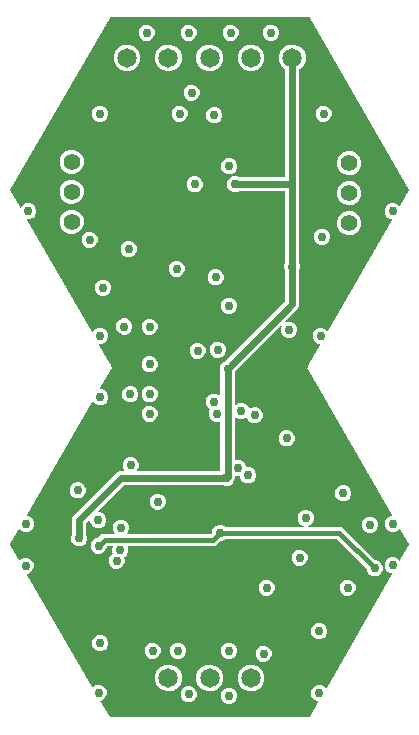
<source format=gbr>
G04 EAGLE Gerber RS-274X export*
G75*
%MOMM*%
%FSLAX34Y34*%
%LPD*%
%INEAGLE Copper Layer 15*%
%IPPOS*%
%AMOC8*
5,1,8,0,0,1.08239X$1,22.5*%
G01*
%ADD10C,1.650000*%
%ADD11C,1.422400*%
%ADD12C,0.756400*%
%ADD13C,0.406400*%
%ADD14C,0.609600*%

G36*
X314201Y106013D02*
X314201Y106013D01*
X314274Y106020D01*
X314298Y106033D01*
X314325Y106038D01*
X314386Y106080D01*
X314451Y106115D01*
X314470Y106137D01*
X314491Y106151D01*
X314520Y106196D01*
X314568Y106252D01*
X321968Y119071D01*
X321980Y119106D01*
X322000Y119137D01*
X322012Y119200D01*
X322032Y119261D01*
X322029Y119298D01*
X322036Y119335D01*
X322022Y119397D01*
X322017Y119461D01*
X322000Y119494D01*
X321992Y119530D01*
X321955Y119582D01*
X321926Y119639D01*
X321898Y119663D01*
X321876Y119694D01*
X321822Y119727D01*
X321773Y119769D01*
X321738Y119780D01*
X321706Y119799D01*
X321633Y119813D01*
X321582Y119829D01*
X321557Y119826D01*
X321529Y119831D01*
X321333Y119831D01*
X318823Y120871D01*
X316901Y122793D01*
X315861Y125303D01*
X315861Y128021D01*
X316901Y130531D01*
X318823Y132453D01*
X319956Y132923D01*
X321181Y133430D01*
X321333Y133493D01*
X324051Y133493D01*
X326561Y132453D01*
X328080Y130934D01*
X328140Y130895D01*
X328194Y130849D01*
X328222Y130840D01*
X328247Y130823D01*
X328317Y130810D01*
X328385Y130789D01*
X328415Y130791D01*
X328444Y130786D01*
X328514Y130801D01*
X328585Y130807D01*
X328611Y130821D01*
X328640Y130827D01*
X328699Y130868D01*
X328762Y130902D01*
X328782Y130926D01*
X328805Y130942D01*
X328833Y130986D01*
X328878Y131039D01*
X384486Y227358D01*
X384498Y227394D01*
X384518Y227425D01*
X384530Y227488D01*
X384550Y227548D01*
X384547Y227586D01*
X384554Y227622D01*
X384540Y227685D01*
X384535Y227748D01*
X384519Y227781D01*
X384510Y227818D01*
X384473Y227870D01*
X384444Y227927D01*
X384416Y227951D01*
X384394Y227981D01*
X384340Y228015D01*
X384291Y228056D01*
X384256Y228068D01*
X384224Y228087D01*
X384151Y228100D01*
X384100Y228116D01*
X384075Y228114D01*
X384047Y228119D01*
X383451Y228119D01*
X380941Y229159D01*
X379019Y231081D01*
X377979Y233591D01*
X377979Y236309D01*
X379019Y238819D01*
X380941Y240741D01*
X381486Y240967D01*
X382711Y241474D01*
X383451Y241781D01*
X386169Y241781D01*
X388679Y240741D01*
X390452Y238968D01*
X390511Y238929D01*
X390566Y238883D01*
X390594Y238874D01*
X390619Y238858D01*
X390689Y238844D01*
X390757Y238823D01*
X390786Y238825D01*
X390815Y238820D01*
X390885Y238835D01*
X390957Y238841D01*
X390983Y238855D01*
X391012Y238862D01*
X391070Y238902D01*
X391133Y238936D01*
X391154Y238960D01*
X391176Y238976D01*
X391204Y239020D01*
X391250Y239074D01*
X398826Y252196D01*
X398849Y252266D01*
X398880Y252334D01*
X398881Y252361D01*
X398890Y252386D01*
X398884Y252460D01*
X398887Y252534D01*
X398877Y252561D01*
X398875Y252586D01*
X398851Y252634D01*
X398826Y252704D01*
X391407Y265554D01*
X391360Y265607D01*
X391319Y265666D01*
X391294Y265682D01*
X391275Y265704D01*
X391210Y265735D01*
X391150Y265774D01*
X391121Y265778D01*
X391094Y265791D01*
X391023Y265795D01*
X390952Y265807D01*
X390924Y265800D01*
X390894Y265802D01*
X390827Y265778D01*
X390757Y265762D01*
X390731Y265743D01*
X390705Y265734D01*
X390667Y265699D01*
X390609Y265659D01*
X389064Y264114D01*
X388098Y263714D01*
X386874Y263207D01*
X386554Y263074D01*
X383836Y263074D01*
X381326Y264114D01*
X379404Y266036D01*
X378364Y268546D01*
X378364Y271264D01*
X379404Y273774D01*
X381326Y275696D01*
X381981Y275967D01*
X383205Y276474D01*
X383206Y276474D01*
X383836Y276736D01*
X384073Y276736D01*
X384109Y276743D01*
X384147Y276741D01*
X384207Y276763D01*
X384269Y276775D01*
X384300Y276796D01*
X384335Y276809D01*
X384382Y276852D01*
X384435Y276888D01*
X384455Y276919D01*
X384483Y276944D01*
X384510Y277003D01*
X384544Y277056D01*
X384551Y277093D01*
X384567Y277127D01*
X384569Y277190D01*
X384580Y277253D01*
X384572Y277290D01*
X384573Y277327D01*
X384548Y277397D01*
X384536Y277449D01*
X384522Y277469D01*
X384512Y277497D01*
X313940Y399734D01*
X313912Y399766D01*
X313892Y399804D01*
X313841Y399847D01*
X313808Y399885D01*
X313781Y399898D01*
X313754Y399920D01*
X313423Y400112D01*
X313180Y401016D01*
X313156Y401065D01*
X313130Y401138D01*
X312662Y401949D01*
X312761Y402319D01*
X312764Y402361D01*
X312776Y402402D01*
X312770Y402468D01*
X312773Y402519D01*
X312764Y402547D01*
X312761Y402581D01*
X312662Y402951D01*
X313130Y403762D01*
X313147Y403814D01*
X313180Y403884D01*
X313423Y404788D01*
X313754Y404980D01*
X313786Y405008D01*
X313824Y405028D01*
X313867Y405079D01*
X313905Y405112D01*
X313918Y405139D01*
X313940Y405166D01*
X323468Y421668D01*
X323480Y421704D01*
X323500Y421735D01*
X323511Y421798D01*
X323532Y421858D01*
X323529Y421896D01*
X323536Y421932D01*
X323522Y421995D01*
X323517Y422058D01*
X323500Y422091D01*
X323492Y422128D01*
X323455Y422180D01*
X323426Y422237D01*
X323398Y422261D01*
X323376Y422291D01*
X323322Y422325D01*
X323273Y422366D01*
X323237Y422378D01*
X323206Y422397D01*
X323133Y422410D01*
X323082Y422426D01*
X323057Y422424D01*
X323028Y422429D01*
X322491Y422429D01*
X319981Y423469D01*
X318059Y425391D01*
X317019Y427901D01*
X317019Y430619D01*
X318059Y433129D01*
X319981Y435051D01*
X320446Y435244D01*
X321671Y435751D01*
X322491Y436091D01*
X325209Y436091D01*
X327719Y435051D01*
X329455Y433315D01*
X329457Y433314D01*
X329458Y433313D01*
X329473Y433303D01*
X329514Y433276D01*
X329569Y433230D01*
X329597Y433221D01*
X329622Y433205D01*
X329692Y433191D01*
X329760Y433170D01*
X329789Y433172D01*
X329818Y433167D01*
X329888Y433182D01*
X329960Y433188D01*
X329986Y433202D01*
X330015Y433209D01*
X330073Y433249D01*
X330136Y433283D01*
X330157Y433307D01*
X330179Y433323D01*
X330207Y433367D01*
X330253Y433421D01*
X384324Y527078D01*
X384336Y527114D01*
X384357Y527145D01*
X384368Y527208D01*
X384388Y527268D01*
X384386Y527306D01*
X384392Y527342D01*
X384378Y527405D01*
X384374Y527468D01*
X384357Y527501D01*
X384349Y527538D01*
X384312Y527590D01*
X384283Y527647D01*
X384254Y527671D01*
X384233Y527701D01*
X384179Y527735D01*
X384130Y527776D01*
X384094Y527788D01*
X384062Y527807D01*
X383990Y527820D01*
X383939Y527836D01*
X383914Y527834D01*
X383885Y527839D01*
X383451Y527839D01*
X380941Y528879D01*
X379019Y530801D01*
X377979Y533311D01*
X377979Y536029D01*
X379019Y538539D01*
X380941Y540461D01*
X381643Y540752D01*
X382867Y541259D01*
X383451Y541501D01*
X386169Y541501D01*
X388679Y540461D01*
X390349Y538791D01*
X390409Y538751D01*
X390463Y538705D01*
X390492Y538696D01*
X390516Y538680D01*
X390586Y538667D01*
X390654Y538645D01*
X390684Y538648D01*
X390713Y538642D01*
X390783Y538657D01*
X390854Y538664D01*
X390880Y538678D01*
X390909Y538684D01*
X390968Y538725D01*
X391031Y538758D01*
X391051Y538783D01*
X391074Y538798D01*
X391102Y538842D01*
X391147Y538896D01*
X398826Y552196D01*
X398849Y552266D01*
X398880Y552334D01*
X398881Y552361D01*
X398890Y552386D01*
X398884Y552460D01*
X398887Y552534D01*
X398877Y552561D01*
X398875Y552586D01*
X398851Y552634D01*
X398826Y552704D01*
X314568Y698648D01*
X314519Y698703D01*
X314476Y698763D01*
X314453Y698778D01*
X314435Y698798D01*
X314368Y698830D01*
X314306Y698869D01*
X314277Y698874D01*
X314255Y698885D01*
X314201Y698888D01*
X314128Y698901D01*
X145612Y698901D01*
X145539Y698887D01*
X145466Y698880D01*
X145442Y698867D01*
X145415Y698862D01*
X145354Y698820D01*
X145289Y698785D01*
X145270Y698763D01*
X145249Y698749D01*
X145220Y698704D01*
X145172Y698648D01*
X60914Y552704D01*
X60891Y552634D01*
X60860Y552566D01*
X60859Y552539D01*
X60850Y552514D01*
X60856Y552440D01*
X60853Y552366D01*
X60863Y552339D01*
X60865Y552314D01*
X60889Y552266D01*
X60914Y552196D01*
X69222Y537806D01*
X69269Y537753D01*
X69308Y537695D01*
X69334Y537679D01*
X69355Y537656D01*
X69418Y537625D01*
X69477Y537587D01*
X69507Y537582D01*
X69535Y537568D01*
X69605Y537565D01*
X69674Y537553D01*
X69704Y537559D01*
X69735Y537558D01*
X69801Y537581D01*
X69870Y537597D01*
X69895Y537615D01*
X69924Y537626D01*
X69976Y537673D01*
X70033Y537714D01*
X70051Y537742D01*
X70072Y537761D01*
X70093Y537808D01*
X70130Y537866D01*
X70409Y538539D01*
X72331Y540461D01*
X73033Y540752D01*
X74257Y541259D01*
X74841Y541501D01*
X77559Y541501D01*
X80069Y540461D01*
X81991Y538539D01*
X83031Y536029D01*
X83031Y533311D01*
X81991Y530801D01*
X80069Y528879D01*
X79150Y528498D01*
X77925Y527991D01*
X77559Y527839D01*
X75855Y527839D01*
X75818Y527832D01*
X75781Y527834D01*
X75721Y527812D01*
X75658Y527800D01*
X75627Y527779D01*
X75592Y527766D01*
X75545Y527723D01*
X75493Y527687D01*
X75472Y527656D01*
X75445Y527630D01*
X75418Y527572D01*
X75383Y527519D01*
X75377Y527482D01*
X75361Y527448D01*
X75359Y527384D01*
X75348Y527322D01*
X75356Y527285D01*
X75355Y527248D01*
X75380Y527178D01*
X75391Y527126D01*
X75406Y527106D01*
X75416Y527078D01*
X130139Y432292D01*
X130185Y432239D01*
X130225Y432181D01*
X130251Y432165D01*
X130272Y432141D01*
X130335Y432111D01*
X130394Y432073D01*
X130424Y432068D01*
X130452Y432054D01*
X130522Y432050D01*
X130591Y432038D01*
X130621Y432045D01*
X130652Y432044D01*
X130718Y432067D01*
X130787Y432083D01*
X130812Y432101D01*
X130841Y432111D01*
X130892Y432159D01*
X130950Y432200D01*
X130967Y432228D01*
X130988Y432247D01*
X131010Y432294D01*
X131047Y432351D01*
X131369Y433129D01*
X133291Y435051D01*
X133756Y435244D01*
X134981Y435751D01*
X135801Y436091D01*
X138519Y436091D01*
X141029Y435051D01*
X142951Y433129D01*
X143991Y430619D01*
X143991Y427901D01*
X142951Y425391D01*
X141029Y423469D01*
X139874Y422990D01*
X139873Y422990D01*
X138649Y422483D01*
X138519Y422429D01*
X136712Y422429D01*
X136675Y422422D01*
X136638Y422424D01*
X136578Y422402D01*
X136515Y422390D01*
X136484Y422369D01*
X136449Y422356D01*
X136402Y422313D01*
X136349Y422277D01*
X136329Y422246D01*
X136301Y422220D01*
X136275Y422162D01*
X136240Y422109D01*
X136233Y422072D01*
X136218Y422038D01*
X136216Y421974D01*
X136204Y421912D01*
X136213Y421875D01*
X136211Y421838D01*
X136236Y421768D01*
X136248Y421716D01*
X136262Y421696D01*
X136272Y421668D01*
X145800Y405166D01*
X145828Y405134D01*
X145848Y405096D01*
X145899Y405053D01*
X145932Y405015D01*
X145959Y405002D01*
X145986Y404980D01*
X146317Y404788D01*
X146560Y403884D01*
X146584Y403835D01*
X146610Y403762D01*
X147078Y402951D01*
X146979Y402581D01*
X146976Y402539D01*
X146964Y402498D01*
X146970Y402432D01*
X146967Y402381D01*
X146976Y402353D01*
X146979Y402319D01*
X147078Y401949D01*
X146610Y401138D01*
X146593Y401086D01*
X146560Y401016D01*
X146317Y400112D01*
X145986Y399920D01*
X145954Y399892D01*
X145916Y399872D01*
X145873Y399821D01*
X145835Y399788D01*
X145822Y399761D01*
X145800Y399734D01*
X137167Y384782D01*
X137155Y384746D01*
X137135Y384715D01*
X137124Y384652D01*
X137103Y384592D01*
X137106Y384554D01*
X137099Y384518D01*
X137113Y384455D01*
X137118Y384392D01*
X137135Y384359D01*
X137143Y384322D01*
X137180Y384270D01*
X137209Y384213D01*
X137237Y384189D01*
X137259Y384159D01*
X137313Y384125D01*
X137362Y384084D01*
X137397Y384072D01*
X137429Y384053D01*
X137502Y384040D01*
X137553Y384024D01*
X137578Y384026D01*
X137606Y384021D01*
X138519Y384021D01*
X141029Y382981D01*
X142951Y381059D01*
X143991Y378549D01*
X143991Y375831D01*
X142951Y373321D01*
X141029Y371399D01*
X140671Y371251D01*
X139447Y370744D01*
X138519Y370359D01*
X135801Y370359D01*
X133291Y371399D01*
X131318Y373372D01*
X131258Y373412D01*
X131203Y373458D01*
X131175Y373467D01*
X131151Y373483D01*
X131080Y373497D01*
X131012Y373518D01*
X130983Y373515D01*
X130954Y373521D01*
X130884Y373506D01*
X130813Y373499D01*
X130787Y373485D01*
X130758Y373479D01*
X130699Y373439D01*
X130636Y373405D01*
X130615Y373381D01*
X130593Y373365D01*
X130565Y373321D01*
X130520Y373267D01*
X75228Y277497D01*
X75216Y277461D01*
X75196Y277430D01*
X75184Y277367D01*
X75164Y277307D01*
X75167Y277269D01*
X75160Y277233D01*
X75174Y277170D01*
X75179Y277107D01*
X75195Y277073D01*
X75204Y277037D01*
X75241Y276985D01*
X75270Y276928D01*
X75298Y276904D01*
X75320Y276873D01*
X75374Y276840D01*
X75423Y276799D01*
X75458Y276787D01*
X75490Y276768D01*
X75563Y276755D01*
X75614Y276738D01*
X75639Y276741D01*
X75667Y276736D01*
X75904Y276736D01*
X78414Y275696D01*
X80336Y273774D01*
X81376Y271264D01*
X81376Y268546D01*
X80336Y266036D01*
X78414Y264114D01*
X77448Y263714D01*
X76223Y263207D01*
X75904Y263074D01*
X73186Y263074D01*
X70676Y264114D01*
X69131Y265659D01*
X69071Y265698D01*
X69017Y265745D01*
X68989Y265753D01*
X68964Y265770D01*
X68894Y265783D01*
X68826Y265805D01*
X68796Y265802D01*
X68767Y265807D01*
X68697Y265793D01*
X68626Y265786D01*
X68600Y265772D01*
X68571Y265766D01*
X68512Y265725D01*
X68449Y265691D01*
X68429Y265667D01*
X68406Y265651D01*
X68378Y265608D01*
X68333Y265554D01*
X60914Y252704D01*
X60891Y252634D01*
X60860Y252566D01*
X60859Y252539D01*
X60850Y252514D01*
X60856Y252440D01*
X60853Y252366D01*
X60863Y252339D01*
X60865Y252314D01*
X60889Y252266D01*
X60914Y252196D01*
X68352Y239314D01*
X68399Y239260D01*
X68440Y239201D01*
X68465Y239185D01*
X68484Y239163D01*
X68549Y239132D01*
X68609Y239094D01*
X68638Y239089D01*
X68665Y239076D01*
X68736Y239072D01*
X68807Y239060D01*
X68835Y239067D01*
X68865Y239065D01*
X68932Y239089D01*
X69002Y239106D01*
X69028Y239124D01*
X69054Y239133D01*
X69092Y239168D01*
X69150Y239208D01*
X70122Y240180D01*
X70796Y240460D01*
X72020Y240967D01*
X72632Y241220D01*
X75350Y241220D01*
X77860Y240180D01*
X79782Y238259D01*
X80822Y235748D01*
X80822Y233031D01*
X79782Y230520D01*
X77860Y228599D01*
X76913Y228206D01*
X75713Y227709D01*
X75681Y227688D01*
X75645Y227675D01*
X75599Y227633D01*
X75547Y227598D01*
X75526Y227565D01*
X75497Y227539D01*
X75471Y227482D01*
X75437Y227430D01*
X75430Y227392D01*
X75414Y227357D01*
X75412Y227295D01*
X75400Y227233D01*
X75408Y227195D01*
X75407Y227157D01*
X75432Y227089D01*
X75443Y227037D01*
X75449Y227029D01*
X75449Y227026D01*
X75460Y227011D01*
X75468Y226987D01*
X130315Y131988D01*
X130362Y131934D01*
X130403Y131875D01*
X130428Y131860D01*
X130447Y131837D01*
X130511Y131806D01*
X130572Y131768D01*
X130601Y131763D01*
X130628Y131750D01*
X130699Y131746D01*
X130769Y131734D01*
X130798Y131741D01*
X130828Y131740D01*
X130895Y131764D01*
X130965Y131780D01*
X130991Y131798D01*
X131016Y131807D01*
X131055Y131842D01*
X131113Y131883D01*
X132021Y132791D01*
X132339Y132923D01*
X133563Y133430D01*
X134531Y133831D01*
X137249Y133831D01*
X139759Y132791D01*
X141681Y130869D01*
X142721Y128359D01*
X142721Y125641D01*
X141681Y123131D01*
X139759Y121209D01*
X139681Y121177D01*
X138456Y120669D01*
X137694Y120354D01*
X137661Y120332D01*
X137625Y120319D01*
X137579Y120277D01*
X137527Y120242D01*
X137506Y120209D01*
X137478Y120183D01*
X137451Y120126D01*
X137417Y120074D01*
X137410Y120036D01*
X137394Y120001D01*
X137392Y119939D01*
X137380Y119877D01*
X137389Y119839D01*
X137387Y119801D01*
X137412Y119733D01*
X137423Y119681D01*
X137438Y119660D01*
X137448Y119631D01*
X145172Y106252D01*
X145221Y106197D01*
X145264Y106137D01*
X145287Y106122D01*
X145305Y106102D01*
X145372Y106070D01*
X145434Y106031D01*
X145463Y106026D01*
X145485Y106015D01*
X145539Y106012D01*
X145612Y105999D01*
X314128Y105999D01*
X314201Y106013D01*
G37*
%LPC*%
G36*
X118021Y250979D02*
X118021Y250979D01*
X115511Y252019D01*
X113589Y253941D01*
X112549Y256451D01*
X112549Y259169D01*
X113245Y260848D01*
X113246Y260857D01*
X113251Y260864D01*
X113283Y261042D01*
X113283Y274263D01*
X114211Y276503D01*
X151487Y313779D01*
X152047Y314011D01*
X153272Y314518D01*
X153727Y314707D01*
X157009Y314707D01*
X157011Y314707D01*
X157014Y314707D01*
X157108Y314727D01*
X157205Y314746D01*
X157207Y314748D01*
X157210Y314748D01*
X157290Y314804D01*
X157371Y314859D01*
X157372Y314861D01*
X157374Y314863D01*
X157428Y314946D01*
X157480Y315027D01*
X157481Y315030D01*
X157482Y315032D01*
X157498Y315128D01*
X157516Y315224D01*
X157515Y315227D01*
X157516Y315230D01*
X157494Y315322D01*
X157472Y315420D01*
X157471Y315422D01*
X157470Y315425D01*
X157367Y315573D01*
X157225Y315714D01*
X156186Y318225D01*
X156186Y320942D01*
X157225Y323453D01*
X159147Y325375D01*
X159879Y325678D01*
X161103Y326185D01*
X161658Y326414D01*
X164375Y326414D01*
X166886Y325375D01*
X168807Y323453D01*
X169847Y320942D01*
X169847Y318225D01*
X168807Y315714D01*
X168665Y315573D01*
X168664Y315570D01*
X168662Y315569D01*
X168609Y315488D01*
X168554Y315406D01*
X168554Y315403D01*
X168553Y315401D01*
X168535Y315304D01*
X168517Y315209D01*
X168517Y315206D01*
X168517Y315204D01*
X168539Y315107D01*
X168558Y315013D01*
X168560Y315011D01*
X168561Y315008D01*
X168617Y314928D01*
X168673Y314848D01*
X168675Y314847D01*
X168677Y314845D01*
X168760Y314793D01*
X168842Y314741D01*
X168845Y314740D01*
X168847Y314739D01*
X169024Y314707D01*
X238506Y314707D01*
X238511Y314708D01*
X238516Y314707D01*
X238609Y314728D01*
X238703Y314746D01*
X238707Y314749D01*
X238712Y314750D01*
X238790Y314806D01*
X238868Y314859D01*
X238871Y314863D01*
X238875Y314866D01*
X238926Y314948D01*
X238978Y315027D01*
X238978Y315032D01*
X238981Y315037D01*
X239013Y315214D01*
X239013Y356224D01*
X239012Y356228D01*
X239013Y356232D01*
X238993Y356326D01*
X238974Y356421D01*
X238971Y356424D01*
X238971Y356428D01*
X238915Y356507D01*
X238861Y356587D01*
X238858Y356589D01*
X238855Y356592D01*
X238773Y356644D01*
X238693Y356696D01*
X238689Y356697D01*
X238686Y356699D01*
X238590Y356714D01*
X238496Y356731D01*
X238492Y356731D01*
X238488Y356731D01*
X238312Y356693D01*
X237944Y356541D01*
X237579Y356389D01*
X234861Y356389D01*
X232351Y357429D01*
X230429Y359351D01*
X229389Y361861D01*
X229389Y364579D01*
X230321Y366829D01*
X230322Y366834D01*
X230325Y366838D01*
X230342Y366932D01*
X230360Y367025D01*
X230359Y367031D01*
X230360Y367036D01*
X230338Y367128D01*
X230319Y367222D01*
X230316Y367226D01*
X230315Y367231D01*
X230260Y367308D01*
X230206Y367387D01*
X230201Y367390D01*
X230198Y367394D01*
X230047Y367491D01*
X229811Y367589D01*
X227889Y369511D01*
X226849Y372021D01*
X226849Y374739D01*
X227889Y377249D01*
X229811Y379171D01*
X230475Y379446D01*
X231700Y379953D01*
X232321Y380211D01*
X235039Y380211D01*
X237549Y379171D01*
X238147Y378573D01*
X238150Y378571D01*
X238151Y378569D01*
X238232Y378516D01*
X238314Y378462D01*
X238317Y378461D01*
X238319Y378460D01*
X238415Y378443D01*
X238511Y378424D01*
X238514Y378425D01*
X238516Y378424D01*
X238613Y378446D01*
X238707Y378466D01*
X238709Y378467D01*
X238712Y378468D01*
X238792Y378524D01*
X238872Y378580D01*
X238873Y378582D01*
X238875Y378584D01*
X238927Y378667D01*
X238979Y378749D01*
X238980Y378752D01*
X238981Y378754D01*
X239013Y378931D01*
X239013Y398088D01*
X239011Y398097D01*
X239013Y398106D01*
X238975Y398282D01*
X238279Y399961D01*
X238279Y402679D01*
X239319Y405189D01*
X241241Y407111D01*
X241806Y407345D01*
X242920Y407806D01*
X242927Y407811D01*
X242936Y407813D01*
X243084Y407916D01*
X293475Y458307D01*
X293479Y458313D01*
X293485Y458318D01*
X293534Y458397D01*
X293586Y458474D01*
X293587Y458481D01*
X293591Y458488D01*
X293623Y458665D01*
X293623Y484448D01*
X293621Y484457D01*
X293623Y484466D01*
X293585Y484642D01*
X292889Y486321D01*
X292889Y489039D01*
X293585Y490718D01*
X293586Y490727D01*
X293591Y490734D01*
X293623Y490912D01*
X293623Y550926D01*
X293622Y550931D01*
X293623Y550936D01*
X293602Y551029D01*
X293584Y551123D01*
X293581Y551127D01*
X293580Y551132D01*
X293524Y551210D01*
X293471Y551288D01*
X293467Y551291D01*
X293464Y551295D01*
X293382Y551346D01*
X293303Y551398D01*
X293298Y551398D01*
X293293Y551401D01*
X293116Y551433D01*
X254692Y551433D01*
X254683Y551431D01*
X254674Y551433D01*
X254498Y551395D01*
X254495Y551394D01*
X254329Y551325D01*
X254328Y551325D01*
X253104Y550817D01*
X252819Y550699D01*
X250101Y550699D01*
X247591Y551739D01*
X245669Y553661D01*
X244629Y556171D01*
X244629Y558889D01*
X245669Y561399D01*
X247591Y563321D01*
X248211Y563578D01*
X249436Y564085D01*
X250101Y564361D01*
X252819Y564361D01*
X254498Y563665D01*
X254507Y563664D01*
X254514Y563659D01*
X254692Y563627D01*
X293116Y563627D01*
X293121Y563628D01*
X293126Y563627D01*
X293219Y563648D01*
X293313Y563666D01*
X293317Y563669D01*
X293322Y563670D01*
X293400Y563726D01*
X293478Y563779D01*
X293481Y563783D01*
X293485Y563786D01*
X293536Y563868D01*
X293588Y563947D01*
X293588Y563952D01*
X293591Y563957D01*
X293623Y564134D01*
X293623Y654538D01*
X293622Y654546D01*
X293623Y654553D01*
X293602Y654643D01*
X293584Y654734D01*
X293579Y654741D01*
X293577Y654748D01*
X293475Y654896D01*
X290291Y658080D01*
X288571Y662233D01*
X288571Y666727D01*
X290291Y670880D01*
X293470Y674059D01*
X293710Y674158D01*
X293711Y674158D01*
X294935Y674666D01*
X296160Y675173D01*
X297384Y675680D01*
X297623Y675779D01*
X302117Y675779D01*
X306270Y674059D01*
X309449Y670880D01*
X311169Y666727D01*
X311169Y662233D01*
X309449Y658080D01*
X306270Y654901D01*
X306130Y654843D01*
X306124Y654840D01*
X306118Y654838D01*
X306041Y654784D01*
X305964Y654732D01*
X305960Y654726D01*
X305955Y654722D01*
X305905Y654642D01*
X305853Y654564D01*
X305852Y654558D01*
X305849Y654552D01*
X305817Y654375D01*
X305817Y490912D01*
X305819Y490903D01*
X305817Y490894D01*
X305855Y490718D01*
X306551Y489039D01*
X306551Y486321D01*
X305855Y484642D01*
X305854Y484633D01*
X305849Y484626D01*
X305817Y484448D01*
X305817Y454717D01*
X304889Y452477D01*
X293803Y441391D01*
X293802Y441390D01*
X293801Y441389D01*
X293747Y441307D01*
X293692Y441224D01*
X293692Y441223D01*
X293691Y441222D01*
X293673Y441124D01*
X293655Y441027D01*
X293655Y441026D01*
X293655Y441025D01*
X293676Y440928D01*
X293696Y440831D01*
X293697Y440830D01*
X293697Y440829D01*
X293754Y440748D01*
X293811Y440667D01*
X293812Y440666D01*
X293812Y440665D01*
X293895Y440613D01*
X293980Y440559D01*
X293981Y440559D01*
X293982Y440558D01*
X294080Y440542D01*
X294177Y440525D01*
X294179Y440526D01*
X294180Y440525D01*
X294356Y440564D01*
X294982Y440823D01*
X294983Y440823D01*
X295821Y441171D01*
X298539Y441171D01*
X301049Y440131D01*
X302971Y438209D01*
X304011Y435699D01*
X304011Y432981D01*
X302971Y430471D01*
X301049Y428549D01*
X299875Y428063D01*
X298651Y427556D01*
X298539Y427509D01*
X295821Y427509D01*
X293311Y428549D01*
X291389Y430471D01*
X290349Y432981D01*
X290349Y435699D01*
X290956Y437164D01*
X290956Y437165D01*
X290957Y437166D01*
X290976Y437264D01*
X290995Y437361D01*
X290995Y437362D01*
X290995Y437363D01*
X290974Y437461D01*
X290954Y437557D01*
X290953Y437558D01*
X290953Y437559D01*
X290896Y437642D01*
X290841Y437722D01*
X290840Y437723D01*
X290839Y437724D01*
X290755Y437777D01*
X290672Y437831D01*
X290671Y437831D01*
X290670Y437832D01*
X290573Y437848D01*
X290475Y437865D01*
X290473Y437865D01*
X290472Y437865D01*
X290377Y437843D01*
X290279Y437821D01*
X290278Y437820D01*
X290277Y437820D01*
X290129Y437717D01*
X251706Y399294D01*
X251701Y399286D01*
X251694Y399281D01*
X251596Y399130D01*
X251245Y398282D01*
X251244Y398273D01*
X251239Y398266D01*
X251207Y398088D01*
X251207Y371311D01*
X251207Y371309D01*
X251207Y371306D01*
X251227Y371211D01*
X251246Y371115D01*
X251248Y371113D01*
X251248Y371110D01*
X251304Y371030D01*
X251359Y370949D01*
X251361Y370948D01*
X251363Y370946D01*
X251446Y370892D01*
X251527Y370840D01*
X251530Y370839D01*
X251532Y370838D01*
X251628Y370822D01*
X251724Y370804D01*
X251727Y370805D01*
X251729Y370804D01*
X251824Y370826D01*
X251920Y370848D01*
X251922Y370849D01*
X251925Y370850D01*
X252073Y370953D01*
X252671Y371551D01*
X253362Y371837D01*
X254587Y372345D01*
X255181Y372591D01*
X257899Y372591D01*
X260409Y371551D01*
X262331Y369629D01*
X263112Y367744D01*
X263114Y367741D01*
X263115Y367737D01*
X263170Y367657D01*
X263224Y367577D01*
X263227Y367575D01*
X263229Y367572D01*
X263311Y367520D01*
X263391Y367467D01*
X263395Y367467D01*
X263398Y367464D01*
X263493Y367448D01*
X263588Y367431D01*
X263592Y367432D01*
X263596Y367431D01*
X263689Y367453D01*
X263784Y367473D01*
X263787Y367476D01*
X263791Y367477D01*
X263939Y367579D01*
X264101Y367741D01*
X264194Y367779D01*
X265418Y368287D01*
X266611Y368781D01*
X269329Y368781D01*
X271839Y367741D01*
X273761Y365819D01*
X274801Y363309D01*
X274801Y360591D01*
X273761Y358081D01*
X271839Y356159D01*
X271536Y356033D01*
X270311Y355526D01*
X269329Y355119D01*
X266611Y355119D01*
X264101Y356159D01*
X262179Y358081D01*
X261398Y359966D01*
X261396Y359969D01*
X261395Y359973D01*
X261340Y360053D01*
X261286Y360133D01*
X261283Y360135D01*
X261281Y360138D01*
X261199Y360190D01*
X261119Y360243D01*
X261115Y360243D01*
X261112Y360246D01*
X261017Y360262D01*
X260922Y360279D01*
X260918Y360278D01*
X260914Y360279D01*
X260821Y360257D01*
X260726Y360237D01*
X260723Y360234D01*
X260719Y360233D01*
X260571Y360131D01*
X260409Y359969D01*
X259480Y359584D01*
X258255Y359077D01*
X257899Y358929D01*
X255181Y358929D01*
X252671Y359969D01*
X252073Y360567D01*
X252070Y360569D01*
X252069Y360571D01*
X251988Y360624D01*
X251906Y360678D01*
X251903Y360679D01*
X251901Y360680D01*
X251805Y360697D01*
X251709Y360716D01*
X251706Y360715D01*
X251704Y360716D01*
X251607Y360694D01*
X251513Y360674D01*
X251511Y360673D01*
X251508Y360672D01*
X251428Y360616D01*
X251348Y360560D01*
X251347Y360558D01*
X251345Y360556D01*
X251293Y360473D01*
X251241Y360391D01*
X251240Y360388D01*
X251239Y360386D01*
X251207Y360209D01*
X251207Y324496D01*
X251208Y324492D01*
X251207Y324488D01*
X251227Y324394D01*
X251246Y324299D01*
X251249Y324296D01*
X251249Y324292D01*
X251305Y324213D01*
X251359Y324133D01*
X251362Y324131D01*
X251365Y324128D01*
X251447Y324076D01*
X251527Y324024D01*
X251531Y324023D01*
X251534Y324021D01*
X251630Y324006D01*
X251724Y323989D01*
X251728Y323989D01*
X251732Y323989D01*
X251908Y324027D01*
X252219Y324156D01*
X252641Y324331D01*
X255359Y324331D01*
X257869Y323291D01*
X259791Y321369D01*
X260831Y318859D01*
X260831Y318488D01*
X260832Y318483D01*
X260831Y318478D01*
X260852Y318384D01*
X260870Y318291D01*
X260873Y318287D01*
X260874Y318282D01*
X260930Y318204D01*
X260983Y318126D01*
X260987Y318123D01*
X260990Y318119D01*
X261072Y318068D01*
X261151Y318016D01*
X261156Y318016D01*
X261161Y318013D01*
X261338Y317981D01*
X263769Y317981D01*
X266279Y316941D01*
X268201Y315019D01*
X269241Y312509D01*
X269241Y309791D01*
X268201Y307281D01*
X266279Y305359D01*
X266157Y305308D01*
X264932Y304801D01*
X263769Y304319D01*
X261051Y304319D01*
X258541Y305359D01*
X256619Y307281D01*
X255579Y309791D01*
X255579Y310162D01*
X255578Y310167D01*
X255579Y310172D01*
X255558Y310265D01*
X255540Y310359D01*
X255537Y310363D01*
X255536Y310368D01*
X255480Y310446D01*
X255427Y310524D01*
X255423Y310527D01*
X255420Y310531D01*
X255338Y310582D01*
X255259Y310634D01*
X255254Y310634D01*
X255249Y310637D01*
X255072Y310669D01*
X252641Y310669D01*
X251908Y310973D01*
X251904Y310974D01*
X251901Y310976D01*
X251806Y310993D01*
X251711Y311012D01*
X251708Y311011D01*
X251704Y311011D01*
X251610Y310991D01*
X251515Y310971D01*
X251512Y310969D01*
X251508Y310968D01*
X251429Y310912D01*
X251350Y310857D01*
X251348Y310854D01*
X251345Y310852D01*
X251294Y310770D01*
X251241Y310689D01*
X251241Y310685D01*
X251239Y310682D01*
X251207Y310504D01*
X251207Y308667D01*
X250709Y307467D01*
X250708Y307458D01*
X250703Y307450D01*
X250671Y307272D01*
X250671Y307251D01*
X249631Y304741D01*
X247709Y302819D01*
X247596Y302772D01*
X246371Y302265D01*
X245199Y301779D01*
X242481Y301779D01*
X240802Y302475D01*
X240793Y302476D01*
X240786Y302481D01*
X240608Y302513D01*
X157675Y302513D01*
X157668Y302512D01*
X157660Y302513D01*
X157570Y302492D01*
X157479Y302474D01*
X157472Y302469D01*
X157465Y302467D01*
X157317Y302365D01*
X135699Y280747D01*
X135697Y280744D01*
X135695Y280743D01*
X135643Y280662D01*
X135588Y280580D01*
X135587Y280577D01*
X135586Y280575D01*
X135569Y280479D01*
X135550Y280383D01*
X135551Y280380D01*
X135550Y280378D01*
X135572Y280281D01*
X135592Y280187D01*
X135593Y280185D01*
X135594Y280182D01*
X135650Y280102D01*
X135706Y280022D01*
X135708Y280021D01*
X135710Y280019D01*
X135793Y279967D01*
X135875Y279915D01*
X135878Y279914D01*
X135880Y279913D01*
X136057Y279881D01*
X137023Y279881D01*
X139533Y278841D01*
X141455Y276919D01*
X142495Y274409D01*
X142495Y271691D01*
X141455Y269181D01*
X139533Y267259D01*
X138322Y266757D01*
X137097Y266250D01*
X137023Y266219D01*
X134305Y266219D01*
X131795Y267259D01*
X129873Y269181D01*
X128833Y271691D01*
X128833Y272657D01*
X128833Y272659D01*
X128833Y272662D01*
X128813Y272757D01*
X128794Y272853D01*
X128792Y272855D01*
X128792Y272858D01*
X128736Y272939D01*
X128681Y273019D01*
X128679Y273020D01*
X128677Y273023D01*
X128594Y273076D01*
X128513Y273128D01*
X128510Y273129D01*
X128508Y273130D01*
X128412Y273146D01*
X128316Y273164D01*
X128313Y273163D01*
X128311Y273164D01*
X128216Y273142D01*
X128120Y273120D01*
X128118Y273119D01*
X128115Y273118D01*
X127967Y273015D01*
X125625Y270673D01*
X125621Y270667D01*
X125615Y270662D01*
X125566Y270583D01*
X125514Y270506D01*
X125513Y270499D01*
X125509Y270492D01*
X125477Y270315D01*
X125477Y261042D01*
X125479Y261033D01*
X125477Y261024D01*
X125515Y260848D01*
X126211Y259169D01*
X126211Y256451D01*
X125171Y253941D01*
X123249Y252019D01*
X122092Y251540D01*
X120868Y251033D01*
X120739Y250979D01*
X118021Y250979D01*
G37*
%LPD*%
%LPC*%
G36*
X368211Y225579D02*
X368211Y225579D01*
X365701Y226619D01*
X363779Y228541D01*
X362739Y231051D01*
X362739Y231845D01*
X362738Y231853D01*
X362739Y231861D01*
X362718Y231951D01*
X362700Y232042D01*
X362695Y232048D01*
X362693Y232056D01*
X362591Y232204D01*
X337794Y257001D01*
X337787Y257005D01*
X337783Y257011D01*
X337704Y257060D01*
X337627Y257112D01*
X337619Y257113D01*
X337613Y257117D01*
X337435Y257149D01*
X243550Y257149D01*
X243542Y257148D01*
X243534Y257149D01*
X243444Y257128D01*
X243353Y257110D01*
X243346Y257105D01*
X243339Y257103D01*
X243191Y257001D01*
X242629Y256439D01*
X241823Y256105D01*
X240598Y255598D01*
X240119Y255399D01*
X239325Y255399D01*
X239317Y255398D01*
X239309Y255399D01*
X239219Y255378D01*
X239128Y255360D01*
X239122Y255355D01*
X239114Y255353D01*
X238966Y255251D01*
X235175Y251459D01*
X160989Y251459D01*
X160985Y251458D01*
X160981Y251459D01*
X160887Y251439D01*
X160792Y251420D01*
X160789Y251417D01*
X160785Y251417D01*
X160706Y251361D01*
X160627Y251307D01*
X160625Y251304D01*
X160621Y251301D01*
X160570Y251219D01*
X160517Y251139D01*
X160517Y251135D01*
X160515Y251132D01*
X160499Y251036D01*
X160482Y250942D01*
X160483Y250938D01*
X160482Y250934D01*
X160520Y250758D01*
X161163Y249207D01*
X161163Y246489D01*
X160123Y243979D01*
X158201Y242057D01*
X157827Y241902D01*
X157779Y241882D01*
X157775Y241879D01*
X157770Y241878D01*
X157691Y241823D01*
X157613Y241771D01*
X157610Y241766D01*
X157606Y241763D01*
X157555Y241683D01*
X157503Y241603D01*
X157502Y241598D01*
X157499Y241593D01*
X157484Y241499D01*
X157466Y241406D01*
X157467Y241401D01*
X157466Y241396D01*
X157505Y241220D01*
X157961Y240119D01*
X157961Y237401D01*
X156921Y234891D01*
X154999Y232969D01*
X154523Y232772D01*
X154522Y232772D01*
X153298Y232264D01*
X152489Y231929D01*
X149771Y231929D01*
X147261Y232969D01*
X145339Y234891D01*
X144299Y237401D01*
X144299Y240119D01*
X145339Y242629D01*
X147261Y244551D01*
X147683Y244726D01*
X147687Y244729D01*
X147692Y244730D01*
X147771Y244785D01*
X147849Y244837D01*
X147852Y244842D01*
X147856Y244845D01*
X147907Y244925D01*
X147959Y245005D01*
X147960Y245010D01*
X147963Y245015D01*
X147979Y245109D01*
X147996Y245202D01*
X147995Y245207D01*
X147996Y245212D01*
X147957Y245388D01*
X147501Y246489D01*
X147501Y249207D01*
X148144Y250758D01*
X148145Y250762D01*
X148147Y250765D01*
X148164Y250860D01*
X148183Y250955D01*
X148182Y250958D01*
X148182Y250962D01*
X148161Y251057D01*
X148142Y251151D01*
X148140Y251154D01*
X148139Y251158D01*
X148083Y251237D01*
X148028Y251316D01*
X148025Y251318D01*
X148023Y251321D01*
X147941Y251372D01*
X147860Y251425D01*
X147856Y251425D01*
X147853Y251427D01*
X147675Y251459D01*
X143285Y251459D01*
X143277Y251458D01*
X143269Y251459D01*
X143179Y251438D01*
X143088Y251420D01*
X143082Y251415D01*
X143074Y251413D01*
X142926Y251311D01*
X142869Y251254D01*
X142865Y251247D01*
X142859Y251243D01*
X142810Y251164D01*
X142758Y251087D01*
X142757Y251079D01*
X142753Y251073D01*
X142721Y250895D01*
X142721Y250101D01*
X141681Y247591D01*
X139759Y245669D01*
X139237Y245453D01*
X138013Y244946D01*
X138012Y244946D01*
X137249Y244629D01*
X134531Y244629D01*
X132021Y245669D01*
X130099Y247591D01*
X129059Y250101D01*
X129059Y252819D01*
X130099Y255329D01*
X132021Y257251D01*
X133120Y257706D01*
X134344Y258213D01*
X134345Y258213D01*
X134531Y258291D01*
X135325Y258291D01*
X135333Y258292D01*
X135341Y258291D01*
X135431Y258312D01*
X135522Y258330D01*
X135528Y258335D01*
X135536Y258337D01*
X135684Y258439D01*
X138865Y261621D01*
X149135Y261621D01*
X149137Y261621D01*
X149140Y261621D01*
X149235Y261641D01*
X149331Y261660D01*
X149333Y261662D01*
X149336Y261662D01*
X149415Y261717D01*
X149497Y261773D01*
X149498Y261775D01*
X149500Y261777D01*
X149553Y261860D01*
X149606Y261941D01*
X149607Y261944D01*
X149608Y261946D01*
X149624Y262042D01*
X149642Y262138D01*
X149641Y262141D01*
X149642Y262143D01*
X149620Y262236D01*
X149598Y262334D01*
X149597Y262336D01*
X149596Y262339D01*
X149493Y262487D01*
X149149Y262831D01*
X148109Y265341D01*
X148109Y268059D01*
X149149Y270569D01*
X151071Y272491D01*
X152115Y272924D01*
X152116Y272924D01*
X153340Y273431D01*
X153581Y273531D01*
X156299Y273531D01*
X158809Y272491D01*
X160731Y270569D01*
X161771Y268059D01*
X161771Y265341D01*
X160731Y262831D01*
X160387Y262487D01*
X160385Y262484D01*
X160383Y262483D01*
X160330Y262402D01*
X160276Y262320D01*
X160275Y262317D01*
X160274Y262315D01*
X160257Y262219D01*
X160238Y262123D01*
X160239Y262120D01*
X160238Y262118D01*
X160260Y262021D01*
X160280Y261927D01*
X160281Y261925D01*
X160282Y261922D01*
X160339Y261842D01*
X160394Y261762D01*
X160396Y261761D01*
X160398Y261759D01*
X160481Y261707D01*
X160563Y261655D01*
X160566Y261654D01*
X160568Y261653D01*
X160745Y261621D01*
X230755Y261621D01*
X230763Y261622D01*
X230771Y261621D01*
X230861Y261642D01*
X230952Y261660D01*
X230958Y261665D01*
X230966Y261667D01*
X231114Y261769D01*
X231781Y262436D01*
X231785Y262443D01*
X231791Y262447D01*
X231840Y262526D01*
X231892Y262603D01*
X231893Y262611D01*
X231897Y262617D01*
X231929Y262795D01*
X231929Y263589D01*
X232969Y266099D01*
X234891Y268021D01*
X235705Y268358D01*
X235706Y268358D01*
X236930Y268866D01*
X237401Y269061D01*
X240119Y269061D01*
X242629Y268021D01*
X243191Y267459D01*
X243197Y267455D01*
X243202Y267449D01*
X243281Y267400D01*
X243358Y267348D01*
X243366Y267347D01*
X243372Y267343D01*
X243550Y267311D01*
X309267Y267311D01*
X309268Y267311D01*
X309269Y267311D01*
X309365Y267330D01*
X309463Y267350D01*
X309464Y267351D01*
X309466Y267351D01*
X309546Y267407D01*
X309629Y267463D01*
X309630Y267464D01*
X309631Y267465D01*
X309686Y267550D01*
X309738Y267631D01*
X309739Y267632D01*
X309739Y267633D01*
X309757Y267732D01*
X309774Y267828D01*
X309774Y267830D01*
X309774Y267831D01*
X309752Y267927D01*
X309730Y268024D01*
X309730Y268025D01*
X309729Y268026D01*
X309671Y268107D01*
X309614Y268187D01*
X309613Y268188D01*
X309612Y268189D01*
X309461Y268287D01*
X307427Y269129D01*
X305505Y271051D01*
X304465Y273561D01*
X304465Y276279D01*
X305505Y278789D01*
X307427Y280711D01*
X308220Y281040D01*
X309445Y281547D01*
X309937Y281751D01*
X312655Y281751D01*
X315165Y280711D01*
X317087Y278789D01*
X318127Y276279D01*
X318127Y273561D01*
X317087Y271051D01*
X315165Y269129D01*
X313131Y268287D01*
X313130Y268286D01*
X313129Y268286D01*
X313046Y268230D01*
X312965Y268175D01*
X312964Y268174D01*
X312963Y268173D01*
X312910Y268092D01*
X312855Y268007D01*
X312854Y268006D01*
X312854Y268005D01*
X312836Y267908D01*
X312818Y267810D01*
X312818Y267809D01*
X312818Y267808D01*
X312840Y267708D01*
X312861Y267614D01*
X312861Y267613D01*
X312862Y267612D01*
X312920Y267530D01*
X312976Y267450D01*
X312977Y267450D01*
X312978Y267449D01*
X313063Y267396D01*
X313146Y267344D01*
X313147Y267343D01*
X313148Y267343D01*
X313325Y267311D01*
X341855Y267311D01*
X369776Y239389D01*
X369783Y239385D01*
X369787Y239379D01*
X369866Y239330D01*
X369943Y239278D01*
X369951Y239277D01*
X369957Y239273D01*
X370135Y239241D01*
X370929Y239241D01*
X373439Y238201D01*
X375361Y236279D01*
X376401Y233769D01*
X376401Y231051D01*
X375361Y228541D01*
X373439Y226619D01*
X372373Y226177D01*
X371148Y225670D01*
X370929Y225579D01*
X368211Y225579D01*
G37*
%LPD*%
%LPC*%
G36*
X192623Y128131D02*
X192623Y128131D01*
X188470Y129851D01*
X185291Y133030D01*
X183571Y137183D01*
X183571Y141677D01*
X185291Y145830D01*
X188470Y149009D01*
X188822Y149155D01*
X190047Y149662D01*
X191271Y150169D01*
X192496Y150676D01*
X192623Y150729D01*
X197117Y150729D01*
X201270Y149009D01*
X204449Y145830D01*
X206169Y141677D01*
X206169Y137183D01*
X204449Y133030D01*
X201270Y129851D01*
X201146Y129800D01*
X199921Y129293D01*
X198697Y128785D01*
X197472Y128278D01*
X197117Y128131D01*
X192623Y128131D01*
G37*
%LPD*%
%LPC*%
G36*
X227623Y128131D02*
X227623Y128131D01*
X223470Y129851D01*
X220291Y133030D01*
X218571Y137183D01*
X218571Y141677D01*
X220291Y145830D01*
X223470Y149009D01*
X223822Y149155D01*
X225047Y149662D01*
X226271Y150169D01*
X227496Y150676D01*
X227623Y150729D01*
X232117Y150729D01*
X236270Y149009D01*
X239449Y145830D01*
X241169Y141677D01*
X241169Y137183D01*
X239449Y133030D01*
X236270Y129851D01*
X236146Y129800D01*
X234921Y129293D01*
X233697Y128785D01*
X232472Y128278D01*
X232117Y128131D01*
X227623Y128131D01*
G37*
%LPD*%
%LPC*%
G36*
X262623Y128131D02*
X262623Y128131D01*
X258470Y129851D01*
X255291Y133030D01*
X253571Y137183D01*
X253571Y141677D01*
X255291Y145830D01*
X258470Y149009D01*
X258822Y149155D01*
X260047Y149662D01*
X261271Y150169D01*
X262496Y150676D01*
X262623Y150729D01*
X267117Y150729D01*
X271270Y149009D01*
X274449Y145830D01*
X276169Y141677D01*
X276169Y137183D01*
X274449Y133030D01*
X271270Y129851D01*
X271146Y129800D01*
X269921Y129293D01*
X268697Y128785D01*
X267472Y128278D01*
X267117Y128131D01*
X262623Y128131D01*
G37*
%LPD*%
%LPC*%
G36*
X262623Y653181D02*
X262623Y653181D01*
X258470Y654901D01*
X255291Y658080D01*
X253571Y662233D01*
X253571Y666727D01*
X255291Y670880D01*
X258470Y674059D01*
X258710Y674158D01*
X258711Y674158D01*
X259935Y674666D01*
X261160Y675173D01*
X262384Y675680D01*
X262623Y675779D01*
X267117Y675779D01*
X271270Y674059D01*
X274449Y670880D01*
X276169Y666727D01*
X276169Y662233D01*
X274449Y658080D01*
X271270Y654901D01*
X271034Y654804D01*
X269810Y654296D01*
X269809Y654296D01*
X268585Y653789D01*
X267360Y653282D01*
X267117Y653181D01*
X262623Y653181D01*
G37*
%LPD*%
%LPC*%
G36*
X227623Y653181D02*
X227623Y653181D01*
X223470Y654901D01*
X220291Y658080D01*
X218571Y662233D01*
X218571Y666727D01*
X220291Y670880D01*
X223470Y674059D01*
X223710Y674158D01*
X223711Y674158D01*
X224935Y674666D01*
X226160Y675173D01*
X227384Y675680D01*
X227623Y675779D01*
X232117Y675779D01*
X236270Y674059D01*
X239449Y670880D01*
X241169Y666727D01*
X241169Y662233D01*
X239449Y658080D01*
X236270Y654901D01*
X236034Y654804D01*
X234810Y654296D01*
X234809Y654296D01*
X233585Y653789D01*
X232360Y653282D01*
X232117Y653181D01*
X227623Y653181D01*
G37*
%LPD*%
%LPC*%
G36*
X192623Y653181D02*
X192623Y653181D01*
X188470Y654901D01*
X185291Y658080D01*
X183571Y662233D01*
X183571Y666727D01*
X185291Y670880D01*
X188470Y674059D01*
X188710Y674158D01*
X188711Y674158D01*
X189935Y674666D01*
X191160Y675173D01*
X192384Y675680D01*
X192623Y675779D01*
X197117Y675779D01*
X201270Y674059D01*
X204449Y670880D01*
X206169Y666727D01*
X206169Y662233D01*
X204449Y658080D01*
X201270Y654901D01*
X201034Y654804D01*
X199810Y654296D01*
X199809Y654296D01*
X198585Y653789D01*
X197360Y653282D01*
X197117Y653181D01*
X192623Y653181D01*
G37*
%LPD*%
%LPC*%
G36*
X157623Y653181D02*
X157623Y653181D01*
X153470Y654901D01*
X150291Y658080D01*
X148571Y662233D01*
X148571Y666727D01*
X150291Y670880D01*
X153470Y674059D01*
X153710Y674158D01*
X153711Y674158D01*
X154935Y674666D01*
X156160Y675173D01*
X157384Y675680D01*
X157623Y675779D01*
X162117Y675779D01*
X166270Y674059D01*
X169449Y670880D01*
X171169Y666727D01*
X171169Y662233D01*
X169449Y658080D01*
X166270Y654901D01*
X166034Y654804D01*
X164810Y654296D01*
X164809Y654296D01*
X163585Y653789D01*
X162360Y653282D01*
X162117Y653181D01*
X157623Y653181D01*
G37*
%LPD*%
%LPC*%
G36*
X111009Y541019D02*
X111009Y541019D01*
X107274Y542566D01*
X104416Y545424D01*
X102869Y549159D01*
X102869Y553201D01*
X104416Y556936D01*
X107274Y559794D01*
X107837Y560027D01*
X107838Y560027D01*
X109062Y560534D01*
X110287Y561042D01*
X111009Y561341D01*
X115051Y561341D01*
X118786Y559794D01*
X121644Y556936D01*
X123191Y553201D01*
X123191Y549159D01*
X121644Y545424D01*
X118786Y542566D01*
X117888Y542194D01*
X117887Y542194D01*
X116663Y541687D01*
X115438Y541180D01*
X115051Y541019D01*
X111009Y541019D01*
G37*
%LPD*%
%LPC*%
G36*
X111009Y515619D02*
X111009Y515619D01*
X107274Y517166D01*
X104416Y520024D01*
X102869Y523759D01*
X102869Y527801D01*
X104416Y531536D01*
X107274Y534394D01*
X107928Y534665D01*
X109153Y535172D01*
X110377Y535679D01*
X111009Y535941D01*
X115051Y535941D01*
X118786Y534394D01*
X121644Y531536D01*
X123191Y527801D01*
X123191Y523759D01*
X121644Y520024D01*
X118786Y517166D01*
X117978Y516832D01*
X116753Y516324D01*
X115529Y515817D01*
X115051Y515619D01*
X111009Y515619D01*
G37*
%LPD*%
%LPC*%
G36*
X111009Y566419D02*
X111009Y566419D01*
X107274Y567966D01*
X104416Y570824D01*
X102869Y574559D01*
X102869Y578601D01*
X104416Y582336D01*
X107274Y585194D01*
X107747Y585390D01*
X108971Y585897D01*
X108972Y585897D01*
X110196Y586404D01*
X111009Y586741D01*
X115051Y586741D01*
X118786Y585194D01*
X121644Y582336D01*
X123191Y578601D01*
X123191Y574559D01*
X121644Y570824D01*
X118786Y567966D01*
X117797Y567557D01*
X116572Y567049D01*
X115348Y566542D01*
X115051Y566419D01*
X111009Y566419D01*
G37*
%LPD*%
%LPC*%
G36*
X345959Y565149D02*
X345959Y565149D01*
X342224Y566696D01*
X339366Y569554D01*
X337819Y573289D01*
X337819Y577331D01*
X339366Y581066D01*
X342224Y583924D01*
X343314Y584375D01*
X344538Y584882D01*
X345763Y585390D01*
X345959Y585471D01*
X350001Y585471D01*
X353736Y583924D01*
X356594Y581066D01*
X358141Y577331D01*
X358141Y573289D01*
X356594Y569554D01*
X353736Y566696D01*
X353364Y566542D01*
X352139Y566035D01*
X350915Y565528D01*
X350001Y565149D01*
X345959Y565149D01*
G37*
%LPD*%
%LPC*%
G36*
X345959Y514349D02*
X345959Y514349D01*
X342224Y515896D01*
X339366Y518754D01*
X337819Y522489D01*
X337819Y526531D01*
X339366Y530266D01*
X342224Y533124D01*
X342270Y533143D01*
X343495Y533650D01*
X344719Y534157D01*
X344720Y534157D01*
X345944Y534665D01*
X345959Y534671D01*
X350001Y534671D01*
X353736Y533124D01*
X356594Y530266D01*
X358141Y526531D01*
X358141Y522489D01*
X356594Y518754D01*
X353736Y515896D01*
X353545Y515817D01*
X352320Y515310D01*
X351096Y514803D01*
X350001Y514349D01*
X345959Y514349D01*
G37*
%LPD*%
%LPC*%
G36*
X345959Y539749D02*
X345959Y539749D01*
X342224Y541296D01*
X339366Y544154D01*
X337819Y547889D01*
X337819Y551931D01*
X339366Y555666D01*
X342224Y558524D01*
X343404Y559013D01*
X344629Y559520D01*
X345853Y560027D01*
X345854Y560027D01*
X345959Y560071D01*
X350001Y560071D01*
X353736Y558524D01*
X356594Y555666D01*
X358141Y551931D01*
X358141Y547889D01*
X356594Y544154D01*
X353736Y541296D01*
X353454Y541180D01*
X352230Y540672D01*
X351005Y540165D01*
X350001Y539749D01*
X345959Y539749D01*
G37*
%LPD*%
%LPC*%
G36*
X323761Y506249D02*
X323761Y506249D01*
X321251Y507289D01*
X319329Y509211D01*
X318289Y511721D01*
X318289Y514439D01*
X319329Y516949D01*
X321251Y518871D01*
X321417Y518940D01*
X322642Y519447D01*
X323761Y519911D01*
X326479Y519911D01*
X328989Y518871D01*
X330911Y516949D01*
X331951Y514439D01*
X331951Y511721D01*
X330911Y509211D01*
X328989Y507289D01*
X328759Y507194D01*
X327535Y506687D01*
X326479Y506249D01*
X323761Y506249D01*
G37*
%LPD*%
%LPC*%
G36*
X276771Y209069D02*
X276771Y209069D01*
X274261Y210109D01*
X272339Y212031D01*
X271299Y214541D01*
X271299Y217259D01*
X272339Y219769D01*
X274261Y221691D01*
X274262Y221691D01*
X275486Y222199D01*
X275487Y222199D01*
X276711Y222706D01*
X276771Y222731D01*
X279489Y222731D01*
X281999Y221691D01*
X283921Y219769D01*
X284961Y217259D01*
X284961Y214541D01*
X283921Y212031D01*
X281999Y210109D01*
X281604Y209945D01*
X280379Y209438D01*
X279489Y209069D01*
X276771Y209069D01*
G37*
%LPD*%
%LPC*%
G36*
X345351Y209069D02*
X345351Y209069D01*
X342841Y210109D01*
X340919Y212031D01*
X339879Y214541D01*
X339879Y217259D01*
X340919Y219769D01*
X342841Y221691D01*
X342842Y221691D01*
X344066Y222199D01*
X344067Y222199D01*
X345291Y222706D01*
X345351Y222731D01*
X348069Y222731D01*
X350579Y221691D01*
X352501Y219769D01*
X353541Y217259D01*
X353541Y214541D01*
X352501Y212031D01*
X350579Y210109D01*
X350184Y209945D01*
X348959Y209438D01*
X348069Y209069D01*
X345351Y209069D01*
G37*
%LPD*%
%LPC*%
G36*
X341541Y289079D02*
X341541Y289079D01*
X339031Y290119D01*
X337109Y292041D01*
X336069Y294551D01*
X336069Y297269D01*
X337109Y299779D01*
X339031Y301701D01*
X339359Y301837D01*
X340584Y302344D01*
X341541Y302741D01*
X344259Y302741D01*
X346769Y301701D01*
X348691Y299779D01*
X349731Y297269D01*
X349731Y294551D01*
X348691Y292041D01*
X346769Y290119D01*
X346701Y290091D01*
X345476Y289584D01*
X344259Y289079D01*
X341541Y289079D01*
G37*
%LPD*%
%LPC*%
G36*
X138341Y463069D02*
X138341Y463069D01*
X135831Y464109D01*
X133909Y466031D01*
X132869Y468541D01*
X132869Y471259D01*
X133909Y473769D01*
X135831Y475691D01*
X136151Y475824D01*
X137376Y476331D01*
X138341Y476731D01*
X141059Y476731D01*
X143569Y475691D01*
X145491Y473769D01*
X146531Y471259D01*
X146531Y468541D01*
X145491Y466031D01*
X143569Y464109D01*
X143493Y464078D01*
X142269Y463570D01*
X142268Y463570D01*
X141059Y463069D01*
X138341Y463069D01*
G37*
%LPD*%
%LPC*%
G36*
X245021Y447829D02*
X245021Y447829D01*
X242511Y448869D01*
X240589Y450791D01*
X239549Y453301D01*
X239549Y456019D01*
X240589Y458529D01*
X242511Y460451D01*
X242885Y460606D01*
X242886Y460606D01*
X244110Y461113D01*
X245021Y461491D01*
X247739Y461491D01*
X250249Y460451D01*
X252171Y458529D01*
X253211Y456019D01*
X253211Y453301D01*
X252171Y450791D01*
X250249Y448869D01*
X250228Y448860D01*
X250227Y448860D01*
X249003Y448353D01*
X247778Y447846D01*
X247739Y447829D01*
X245021Y447829D01*
G37*
%LPD*%
%LPC*%
G36*
X177711Y430049D02*
X177711Y430049D01*
X175201Y431089D01*
X173279Y433011D01*
X172239Y435521D01*
X172239Y438239D01*
X173279Y440749D01*
X175201Y442671D01*
X175639Y442852D01*
X176863Y443360D01*
X176864Y443360D01*
X177711Y443711D01*
X180429Y443711D01*
X182939Y442671D01*
X184861Y440749D01*
X185901Y438239D01*
X185901Y435521D01*
X184861Y433011D01*
X182939Y431089D01*
X181756Y430599D01*
X180532Y430092D01*
X180429Y430049D01*
X177711Y430049D01*
G37*
%LPD*%
%LPC*%
G36*
X364401Y262409D02*
X364401Y262409D01*
X361891Y263449D01*
X359969Y265371D01*
X358929Y267881D01*
X358929Y270599D01*
X359969Y273109D01*
X361891Y275031D01*
X362926Y275460D01*
X362927Y275460D01*
X364151Y275967D01*
X364401Y276071D01*
X367119Y276071D01*
X369629Y275031D01*
X371551Y273109D01*
X372591Y270599D01*
X372591Y267881D01*
X371551Y265371D01*
X369629Y263449D01*
X369044Y263207D01*
X367819Y262699D01*
X367119Y262409D01*
X364401Y262409D01*
G37*
%LPD*%
%LPC*%
G36*
X213271Y628169D02*
X213271Y628169D01*
X210761Y629209D01*
X208839Y631131D01*
X207799Y633641D01*
X207799Y636359D01*
X208839Y638869D01*
X210761Y640791D01*
X211717Y641187D01*
X212942Y641694D01*
X213271Y641831D01*
X215989Y641831D01*
X218499Y640791D01*
X220421Y638869D01*
X221461Y636359D01*
X221461Y633641D01*
X220421Y631131D01*
X218499Y629209D01*
X217835Y628934D01*
X216610Y628427D01*
X215989Y628169D01*
X213271Y628169D01*
G37*
%LPD*%
%LPC*%
G36*
X233591Y471959D02*
X233591Y471959D01*
X231081Y472999D01*
X229159Y474921D01*
X228119Y477431D01*
X228119Y480149D01*
X229159Y482659D01*
X231081Y484581D01*
X231982Y484954D01*
X233206Y485461D01*
X233207Y485461D01*
X233591Y485621D01*
X236309Y485621D01*
X238819Y484581D01*
X240741Y482659D01*
X241781Y480149D01*
X241781Y477431D01*
X240741Y474921D01*
X238819Y472999D01*
X238099Y472701D01*
X236875Y472194D01*
X236874Y472194D01*
X236309Y471959D01*
X233591Y471959D01*
G37*
%LPD*%
%LPC*%
G36*
X235416Y410589D02*
X235416Y410589D01*
X232906Y411629D01*
X230984Y413551D01*
X229944Y416061D01*
X229944Y418779D01*
X230984Y421289D01*
X232906Y423211D01*
X233789Y423577D01*
X235014Y424084D01*
X235416Y424251D01*
X238134Y424251D01*
X240644Y423211D01*
X242566Y421289D01*
X243606Y418779D01*
X243606Y416061D01*
X242566Y413551D01*
X240644Y411629D01*
X239907Y411324D01*
X238682Y410816D01*
X238134Y410589D01*
X235416Y410589D01*
G37*
%LPD*%
%LPC*%
G36*
X177711Y373045D02*
X177711Y373045D01*
X175201Y374085D01*
X173279Y376007D01*
X172239Y378517D01*
X172239Y381235D01*
X173279Y383745D01*
X175201Y385667D01*
X176102Y386040D01*
X177327Y386548D01*
X177711Y386707D01*
X180429Y386707D01*
X182939Y385667D01*
X184861Y383745D01*
X185901Y381235D01*
X185901Y378517D01*
X184861Y376007D01*
X182939Y374085D01*
X182220Y373787D01*
X180995Y373280D01*
X180429Y373045D01*
X177711Y373045D01*
G37*
%LPD*%
%LPC*%
G36*
X304711Y234469D02*
X304711Y234469D01*
X302201Y235509D01*
X300279Y237431D01*
X299239Y239941D01*
X299239Y242659D01*
X300279Y245169D01*
X302201Y247091D01*
X303336Y247561D01*
X304561Y248068D01*
X304711Y248131D01*
X307429Y248131D01*
X309939Y247091D01*
X311861Y245169D01*
X312901Y242659D01*
X312901Y239941D01*
X311861Y237431D01*
X309939Y235509D01*
X309453Y235308D01*
X308229Y234801D01*
X307429Y234469D01*
X304711Y234469D01*
G37*
%LPD*%
%LPC*%
G36*
X218351Y409729D02*
X218351Y409729D01*
X215841Y410769D01*
X213919Y412691D01*
X212879Y415201D01*
X212879Y417919D01*
X213919Y420429D01*
X215841Y422351D01*
X216351Y422562D01*
X217576Y423070D01*
X218351Y423391D01*
X221069Y423391D01*
X223579Y422351D01*
X225501Y420429D01*
X226541Y417919D01*
X226541Y415201D01*
X225501Y412691D01*
X223579Y410769D01*
X222469Y410309D01*
X221244Y409802D01*
X221069Y409729D01*
X218351Y409729D01*
G37*
%LPD*%
%LPC*%
G36*
X184553Y281951D02*
X184553Y281951D01*
X182042Y282991D01*
X180121Y284912D01*
X179081Y287423D01*
X179081Y290140D01*
X180121Y292651D01*
X182042Y294572D01*
X182436Y294735D01*
X183660Y295243D01*
X184553Y295612D01*
X187270Y295612D01*
X189781Y294572D01*
X191702Y292651D01*
X192742Y290140D01*
X192742Y287423D01*
X191702Y284912D01*
X189781Y282991D01*
X189778Y282989D01*
X188553Y282482D01*
X187329Y281975D01*
X187328Y281975D01*
X187270Y281951D01*
X184553Y281951D01*
G37*
%LPD*%
%LPC*%
G36*
X135801Y610389D02*
X135801Y610389D01*
X133291Y611429D01*
X131369Y613351D01*
X130329Y615861D01*
X130329Y618579D01*
X131369Y621089D01*
X133291Y623011D01*
X134311Y623433D01*
X135535Y623941D01*
X135801Y624051D01*
X138519Y624051D01*
X141029Y623011D01*
X142951Y621089D01*
X143991Y618579D01*
X143991Y615861D01*
X142951Y613351D01*
X141029Y611429D01*
X140428Y611180D01*
X139204Y610673D01*
X139203Y610673D01*
X138519Y610389D01*
X135801Y610389D01*
G37*
%LPD*%
%LPC*%
G36*
X325031Y610389D02*
X325031Y610389D01*
X322521Y611429D01*
X320599Y613351D01*
X319559Y615861D01*
X319559Y618579D01*
X320599Y621089D01*
X322521Y623011D01*
X323541Y623433D01*
X324765Y623941D01*
X325031Y624051D01*
X327749Y624051D01*
X330259Y623011D01*
X332181Y621089D01*
X333221Y618579D01*
X333221Y615861D01*
X332181Y613351D01*
X330259Y611429D01*
X329658Y611180D01*
X328434Y610673D01*
X328433Y610673D01*
X327749Y610389D01*
X325031Y610389D01*
G37*
%LPD*%
%LPC*%
G36*
X203111Y610389D02*
X203111Y610389D01*
X200601Y611429D01*
X198679Y613351D01*
X197639Y615861D01*
X197639Y618579D01*
X198679Y621089D01*
X200601Y623011D01*
X201621Y623433D01*
X202845Y623941D01*
X203111Y624051D01*
X205829Y624051D01*
X208339Y623011D01*
X210261Y621089D01*
X211301Y618579D01*
X211301Y615861D01*
X210261Y613351D01*
X208339Y611429D01*
X207738Y611180D01*
X206514Y610673D01*
X206513Y610673D01*
X205829Y610389D01*
X203111Y610389D01*
G37*
%LPD*%
%LPC*%
G36*
X180251Y155729D02*
X180251Y155729D01*
X177741Y156769D01*
X175819Y158691D01*
X174779Y161201D01*
X174779Y163919D01*
X175819Y166429D01*
X177741Y168351D01*
X177932Y168430D01*
X179157Y168937D01*
X180251Y169391D01*
X182969Y169391D01*
X185479Y168351D01*
X187401Y166429D01*
X188441Y163919D01*
X188441Y161201D01*
X187401Y158691D01*
X185479Y156769D01*
X185274Y156684D01*
X184049Y156177D01*
X182969Y155729D01*
X180251Y155729D01*
G37*
%LPD*%
%LPC*%
G36*
X201841Y155729D02*
X201841Y155729D01*
X199331Y156769D01*
X197409Y158691D01*
X196369Y161201D01*
X196369Y163919D01*
X197409Y166429D01*
X199331Y168351D01*
X199522Y168430D01*
X200747Y168937D01*
X201841Y169391D01*
X204559Y169391D01*
X207069Y168351D01*
X208991Y166429D01*
X210031Y163919D01*
X210031Y161201D01*
X208991Y158691D01*
X207069Y156769D01*
X206864Y156684D01*
X205639Y156177D01*
X204559Y155729D01*
X201841Y155729D01*
G37*
%LPD*%
%LPC*%
G36*
X245021Y155729D02*
X245021Y155729D01*
X242511Y156769D01*
X240589Y158691D01*
X239549Y161201D01*
X239549Y163919D01*
X240589Y166429D01*
X242511Y168351D01*
X242702Y168430D01*
X243927Y168937D01*
X245021Y169391D01*
X247739Y169391D01*
X250249Y168351D01*
X252171Y166429D01*
X253211Y163919D01*
X253211Y161201D01*
X252171Y158691D01*
X250249Y156769D01*
X250044Y156684D01*
X248819Y156177D01*
X247739Y155729D01*
X245021Y155729D01*
G37*
%LPD*%
%LPC*%
G36*
X116751Y291619D02*
X116751Y291619D01*
X114241Y292659D01*
X112319Y294581D01*
X111279Y297091D01*
X111279Y299809D01*
X112319Y302319D01*
X114241Y304241D01*
X114560Y304373D01*
X115785Y304880D01*
X116751Y305281D01*
X119469Y305281D01*
X121979Y304241D01*
X123901Y302319D01*
X124941Y299809D01*
X124941Y297091D01*
X123901Y294581D01*
X121979Y292659D01*
X121902Y292627D01*
X120677Y292120D01*
X119469Y291619D01*
X116751Y291619D01*
G37*
%LPD*%
%LPC*%
G36*
X245021Y117629D02*
X245021Y117629D01*
X242511Y118669D01*
X240589Y120591D01*
X239549Y123101D01*
X239549Y125819D01*
X240589Y128329D01*
X242511Y130251D01*
X242838Y130386D01*
X244062Y130894D01*
X244063Y130894D01*
X245021Y131291D01*
X247739Y131291D01*
X250249Y130251D01*
X252171Y128329D01*
X253211Y125819D01*
X253211Y123101D01*
X252171Y120591D01*
X250249Y118669D01*
X250180Y118640D01*
X248955Y118133D01*
X247739Y117629D01*
X245021Y117629D01*
G37*
%LPD*%
%LPC*%
G36*
X293666Y335685D02*
X293666Y335685D01*
X291155Y336725D01*
X289234Y338646D01*
X288194Y341157D01*
X288194Y343874D01*
X289234Y346385D01*
X291155Y348306D01*
X291632Y348504D01*
X292857Y349011D01*
X293666Y349346D01*
X296383Y349346D01*
X298894Y348306D01*
X300815Y346385D01*
X301855Y343874D01*
X301855Y341157D01*
X300815Y338646D01*
X298894Y336725D01*
X297750Y336251D01*
X297749Y336251D01*
X296525Y335743D01*
X296383Y335685D01*
X293666Y335685D01*
G37*
%LPD*%
%LPC*%
G36*
X159931Y495835D02*
X159931Y495835D01*
X157421Y496875D01*
X155499Y498797D01*
X154459Y501307D01*
X154459Y504025D01*
X155499Y506535D01*
X157421Y508457D01*
X158237Y508795D01*
X159461Y509302D01*
X159931Y509497D01*
X162649Y509497D01*
X165159Y508457D01*
X167081Y506535D01*
X168121Y504025D01*
X168121Y501307D01*
X167081Y498797D01*
X165159Y496875D01*
X164354Y496542D01*
X163130Y496034D01*
X163129Y496034D01*
X162649Y495835D01*
X159931Y495835D01*
G37*
%LPD*%
%LPC*%
G36*
X177711Y356389D02*
X177711Y356389D01*
X175201Y357429D01*
X173279Y359351D01*
X172239Y361861D01*
X172239Y364579D01*
X173279Y367089D01*
X175201Y369011D01*
X175901Y369301D01*
X175902Y369301D01*
X177126Y369808D01*
X177711Y370051D01*
X180429Y370051D01*
X182939Y369011D01*
X184861Y367089D01*
X185901Y364579D01*
X185901Y361861D01*
X184861Y359351D01*
X182939Y357429D01*
X182019Y357048D01*
X180794Y356541D01*
X180429Y356389D01*
X177711Y356389D01*
G37*
%LPD*%
%LPC*%
G36*
X126911Y503709D02*
X126911Y503709D01*
X124401Y504749D01*
X122479Y506671D01*
X121439Y509181D01*
X121439Y511899D01*
X122479Y514409D01*
X124401Y516331D01*
X124576Y516404D01*
X125801Y516911D01*
X126911Y517371D01*
X129629Y517371D01*
X132139Y516331D01*
X134061Y514409D01*
X135101Y511899D01*
X135101Y509181D01*
X134061Y506671D01*
X132139Y504749D01*
X131918Y504658D01*
X130694Y504150D01*
X129629Y503709D01*
X126911Y503709D01*
G37*
%LPD*%
%LPC*%
G36*
X200571Y479169D02*
X200571Y479169D01*
X198061Y480209D01*
X196139Y482131D01*
X195099Y484641D01*
X195099Y487359D01*
X196139Y489869D01*
X198061Y491791D01*
X198700Y492056D01*
X199924Y492563D01*
X199925Y492563D01*
X200571Y492831D01*
X203289Y492831D01*
X205799Y491791D01*
X207721Y489869D01*
X208761Y487359D01*
X208761Y484641D01*
X207721Y482131D01*
X205799Y480209D01*
X204817Y479802D01*
X203593Y479295D01*
X203289Y479169D01*
X200571Y479169D01*
G37*
%LPD*%
%LPC*%
G36*
X156248Y430176D02*
X156248Y430176D01*
X153738Y431216D01*
X151816Y433138D01*
X150776Y435648D01*
X150776Y438366D01*
X151816Y440876D01*
X153738Y442798D01*
X153869Y442852D01*
X155094Y443360D01*
X156248Y443838D01*
X158966Y443838D01*
X161476Y442798D01*
X163398Y440876D01*
X164438Y438366D01*
X164438Y435648D01*
X163398Y433138D01*
X161476Y431216D01*
X161211Y431106D01*
X159987Y430599D01*
X158966Y430176D01*
X156248Y430176D01*
G37*
%LPD*%
%LPC*%
G36*
X245021Y565939D02*
X245021Y565939D01*
X242511Y566979D01*
X240589Y568901D01*
X239549Y571411D01*
X239549Y574129D01*
X240589Y576639D01*
X242511Y578561D01*
X243077Y578795D01*
X244301Y579303D01*
X244302Y579303D01*
X245021Y579601D01*
X247739Y579601D01*
X250249Y578561D01*
X252171Y576639D01*
X253211Y574129D01*
X253211Y571411D01*
X252171Y568901D01*
X250249Y566979D01*
X249194Y566542D01*
X247970Y566035D01*
X247739Y565939D01*
X245021Y565939D01*
G37*
%LPD*%
%LPC*%
G36*
X274231Y153189D02*
X274231Y153189D01*
X271721Y154229D01*
X269799Y156151D01*
X268759Y158661D01*
X268759Y161379D01*
X269799Y163889D01*
X271721Y165811D01*
X271921Y165894D01*
X273146Y166401D01*
X274231Y166851D01*
X276949Y166851D01*
X279459Y165811D01*
X281381Y163889D01*
X282421Y161379D01*
X282421Y158661D01*
X281381Y156151D01*
X279459Y154229D01*
X279263Y154148D01*
X278039Y153641D01*
X278038Y153641D01*
X276949Y153189D01*
X274231Y153189D01*
G37*
%LPD*%
%LPC*%
G36*
X210731Y118899D02*
X210731Y118899D01*
X208221Y119939D01*
X206299Y121861D01*
X205259Y124371D01*
X205259Y127089D01*
X206299Y129599D01*
X208221Y131521D01*
X209156Y131908D01*
X210380Y132415D01*
X210731Y132561D01*
X213449Y132561D01*
X215959Y131521D01*
X217881Y129599D01*
X218921Y127089D01*
X218921Y124371D01*
X217881Y121861D01*
X215959Y119939D01*
X215273Y119655D01*
X214048Y119148D01*
X213449Y118899D01*
X210731Y118899D01*
G37*
%LPD*%
%LPC*%
G36*
X177711Y398299D02*
X177711Y398299D01*
X175201Y399339D01*
X173279Y401261D01*
X172239Y403771D01*
X172239Y406489D01*
X173279Y408999D01*
X175201Y410921D01*
X176364Y411403D01*
X177589Y411910D01*
X177711Y411961D01*
X180429Y411961D01*
X182939Y410921D01*
X184861Y408999D01*
X185901Y406489D01*
X185901Y403771D01*
X184861Y401261D01*
X182939Y399339D01*
X182482Y399150D01*
X181257Y398642D01*
X180429Y398299D01*
X177711Y398299D01*
G37*
%LPD*%
%LPC*%
G36*
X232321Y609119D02*
X232321Y609119D01*
X229811Y610159D01*
X227889Y612081D01*
X226849Y614591D01*
X226849Y617309D01*
X227889Y619819D01*
X229811Y621741D01*
X230223Y621912D01*
X231447Y622419D01*
X231448Y622419D01*
X232321Y622781D01*
X235039Y622781D01*
X237549Y621741D01*
X239471Y619819D01*
X240511Y617309D01*
X240511Y614591D01*
X239471Y612081D01*
X237549Y610159D01*
X236340Y609658D01*
X235116Y609151D01*
X235039Y609119D01*
X232321Y609119D01*
G37*
%LPD*%
%LPC*%
G36*
X215811Y550699D02*
X215811Y550699D01*
X213301Y551739D01*
X211379Y553661D01*
X210339Y556171D01*
X210339Y558889D01*
X211379Y561399D01*
X213301Y563321D01*
X213921Y563578D01*
X215146Y564085D01*
X215811Y564361D01*
X218529Y564361D01*
X221039Y563321D01*
X222961Y561399D01*
X224001Y558889D01*
X224001Y556171D01*
X222961Y553661D01*
X221039Y551739D01*
X220039Y551325D01*
X220038Y551325D01*
X218814Y550817D01*
X218529Y550699D01*
X215811Y550699D01*
G37*
%LPD*%
%LPC*%
G36*
X161201Y372899D02*
X161201Y372899D01*
X158691Y373939D01*
X156769Y375861D01*
X155729Y378371D01*
X155729Y381089D01*
X156769Y383599D01*
X158691Y385521D01*
X158720Y385533D01*
X159945Y386040D01*
X161169Y386548D01*
X161170Y386548D01*
X161201Y386561D01*
X163919Y386561D01*
X166429Y385521D01*
X168351Y383599D01*
X169391Y381089D01*
X169391Y378371D01*
X168351Y375861D01*
X166429Y373939D01*
X166062Y373787D01*
X164838Y373280D01*
X163919Y372899D01*
X161201Y372899D01*
G37*
%LPD*%
%LPC*%
G36*
X321221Y172239D02*
X321221Y172239D01*
X318711Y173279D01*
X316789Y175201D01*
X315749Y177711D01*
X315749Y180429D01*
X316789Y182939D01*
X318711Y184861D01*
X319455Y185169D01*
X319456Y185169D01*
X320680Y185677D01*
X321221Y185901D01*
X323939Y185901D01*
X326449Y184861D01*
X328371Y182939D01*
X329411Y180429D01*
X329411Y177711D01*
X328371Y175201D01*
X326449Y173279D01*
X325573Y172916D01*
X324348Y172409D01*
X323939Y172239D01*
X321221Y172239D01*
G37*
%LPD*%
%LPC*%
G36*
X246291Y678969D02*
X246291Y678969D01*
X243781Y680009D01*
X241859Y681931D01*
X240819Y684441D01*
X240819Y687159D01*
X241859Y689669D01*
X243781Y691591D01*
X244556Y691912D01*
X245781Y692419D01*
X246291Y692631D01*
X249009Y692631D01*
X251519Y691591D01*
X253441Y689669D01*
X254481Y687159D01*
X254481Y684441D01*
X253441Y681931D01*
X251519Y680009D01*
X250674Y679659D01*
X249449Y679152D01*
X249009Y678969D01*
X246291Y678969D01*
G37*
%LPD*%
%LPC*%
G36*
X210731Y678969D02*
X210731Y678969D01*
X208221Y680009D01*
X206299Y681931D01*
X205259Y684441D01*
X205259Y687159D01*
X206299Y689669D01*
X208221Y691591D01*
X208996Y691912D01*
X210221Y692419D01*
X210731Y692631D01*
X213449Y692631D01*
X215959Y691591D01*
X217881Y689669D01*
X218921Y687159D01*
X218921Y684441D01*
X217881Y681931D01*
X215959Y680009D01*
X215114Y679659D01*
X213889Y679152D01*
X213449Y678969D01*
X210731Y678969D01*
G37*
%LPD*%
%LPC*%
G36*
X175171Y678969D02*
X175171Y678969D01*
X172661Y680009D01*
X170739Y681931D01*
X169699Y684441D01*
X169699Y687159D01*
X170739Y689669D01*
X172661Y691591D01*
X173436Y691912D01*
X174661Y692419D01*
X175171Y692631D01*
X177889Y692631D01*
X180399Y691591D01*
X182321Y689669D01*
X183361Y687159D01*
X183361Y684441D01*
X182321Y681931D01*
X180399Y680009D01*
X179554Y679659D01*
X178329Y679152D01*
X177889Y678969D01*
X175171Y678969D01*
G37*
%LPD*%
%LPC*%
G36*
X280581Y678969D02*
X280581Y678969D01*
X278071Y680009D01*
X276149Y681931D01*
X275109Y684441D01*
X275109Y687159D01*
X276149Y689669D01*
X278071Y691591D01*
X278846Y691912D01*
X280071Y692419D01*
X280581Y692631D01*
X283299Y692631D01*
X285809Y691591D01*
X287731Y689669D01*
X288771Y687159D01*
X288771Y684441D01*
X287731Y681931D01*
X285809Y680009D01*
X284964Y679659D01*
X283739Y679152D01*
X283299Y678969D01*
X280581Y678969D01*
G37*
%LPD*%
%LPC*%
G36*
X135801Y162079D02*
X135801Y162079D01*
X133291Y163119D01*
X131369Y165041D01*
X130329Y167551D01*
X130329Y170269D01*
X131369Y172779D01*
X133291Y174701D01*
X134072Y175024D01*
X135296Y175532D01*
X135801Y175741D01*
X138519Y175741D01*
X141029Y174701D01*
X142951Y172779D01*
X143991Y170269D01*
X143991Y167551D01*
X142951Y165041D01*
X141029Y163119D01*
X140189Y162771D01*
X138965Y162264D01*
X138964Y162264D01*
X138519Y162079D01*
X135801Y162079D01*
G37*
%LPD*%
D10*
X159870Y664480D03*
X194870Y664480D03*
X229870Y664480D03*
X264870Y664480D03*
X299870Y664480D03*
X264870Y139430D03*
X229870Y139430D03*
X194870Y139430D03*
D11*
X347980Y575310D03*
X347980Y549910D03*
X347980Y524510D03*
X113030Y576580D03*
X113030Y551180D03*
X113030Y525780D03*
D12*
X228600Y292100D03*
X234950Y276860D03*
X104140Y283210D03*
X255270Y354330D03*
X161290Y124460D03*
X284480Y123190D03*
X331470Y252730D03*
X311150Y427990D03*
X234950Y585470D03*
X148590Y551180D03*
X247650Y594360D03*
X325120Y497840D03*
X160020Y459740D03*
X76200Y534670D03*
X137160Y429260D03*
X384810Y534670D03*
X323850Y429260D03*
X74545Y269905D03*
X137160Y377190D03*
X385195Y269905D03*
X73991Y234390D03*
X135890Y127000D03*
X185912Y288782D03*
X163016Y319584D03*
X267970Y361950D03*
X306070Y241300D03*
X322692Y126662D03*
X384810Y234950D03*
X295025Y342515D03*
X161290Y502666D03*
X311296Y274920D03*
X365760Y269240D03*
X179070Y405130D03*
X179070Y436880D03*
X157607Y437007D03*
X135890Y251460D03*
D13*
X140970Y256540D01*
X233070Y256540D02*
X238760Y262230D01*
D12*
X238760Y262230D03*
D13*
X233070Y256540D02*
X140970Y256540D01*
X238760Y262230D02*
X339750Y262230D01*
X369570Y232410D01*
D12*
X369570Y232410D03*
X176530Y685800D03*
X212090Y685800D03*
X247650Y685800D03*
X281940Y685800D03*
X204470Y617220D03*
X214630Y635000D03*
X233680Y615950D03*
X128270Y510540D03*
X325120Y513080D03*
X181610Y162560D03*
X203200Y162560D03*
X246380Y162560D03*
X275590Y160020D03*
X212090Y125730D03*
X246380Y124460D03*
X256540Y365760D03*
X179070Y363220D03*
X245110Y401320D03*
D14*
X299720Y455930D01*
X299720Y664330D02*
X299870Y664480D01*
X299720Y487680D02*
X299720Y455930D01*
X299720Y487680D02*
X299720Y557530D01*
X299720Y664330D01*
D12*
X299720Y487680D03*
X251460Y557530D03*
D14*
X299720Y557530D01*
X245110Y401320D02*
X245110Y309880D01*
X243840Y308610D01*
D12*
X243840Y308610D03*
D14*
X154940Y308610D01*
X119380Y273050D01*
X119380Y257810D01*
D12*
X119380Y257810D03*
X246380Y572770D03*
X217170Y557530D03*
X201930Y486000D03*
X278130Y215900D03*
X346710Y215900D03*
X234950Y478790D03*
X219710Y416560D03*
X236220Y363220D03*
X246380Y454660D03*
X233680Y373380D03*
X236775Y417420D03*
X162560Y379730D03*
X179070Y379876D03*
X154940Y266700D03*
X154332Y247848D03*
X151130Y238760D03*
X342900Y295910D03*
X322580Y179070D03*
X262410Y311150D03*
X254000Y317500D03*
X297180Y434340D03*
X139700Y469900D03*
X137160Y168910D03*
X137160Y617220D03*
X326390Y617220D03*
X118110Y298450D03*
X135664Y273050D03*
M02*

</source>
